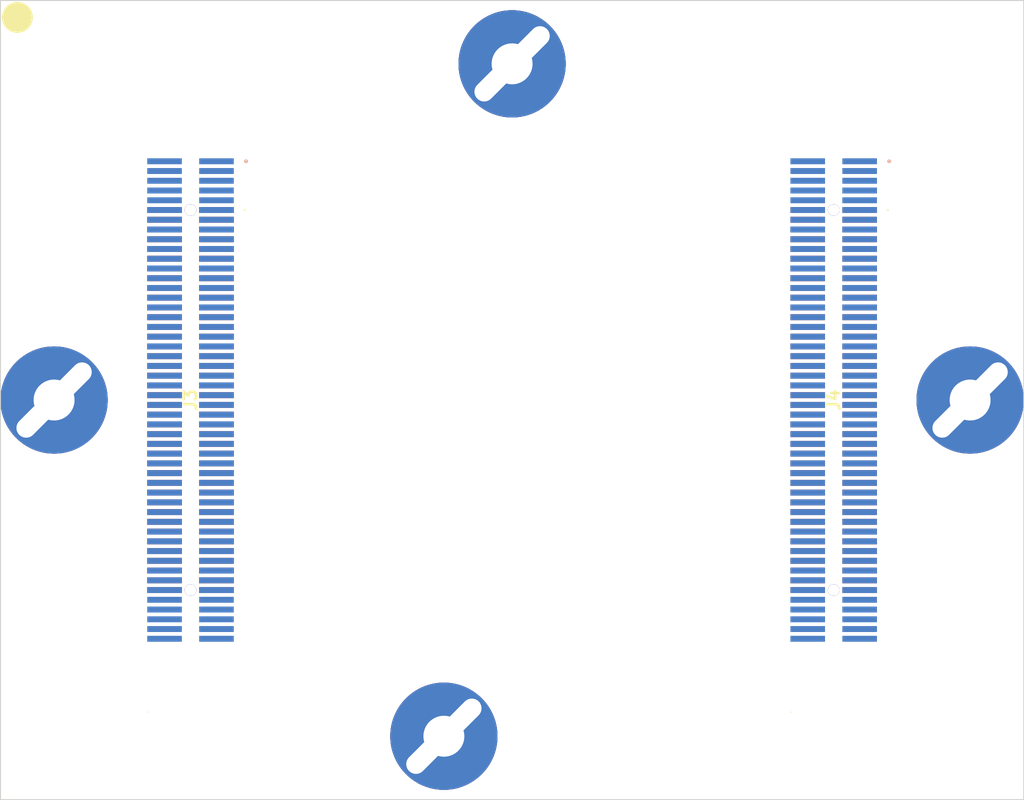
<source format=kicad_pcb>
(kicad_pcb (version 20211014) (generator pcbnew)
  (layers (0 "F.Cu" signal) (31 "B.Cu" signal) (34 "B.Paste" user) (35 "F.Paste" user) (36 "B.SilkS" user "B.Silkscreen") (37 "F.SilkS" user "F.Silkscreen") (38 "B.Mask" user) (39 "F.Mask" user) (44 "Edge.Cuts" user))
  (net 0 "")
  (footprint "my_library:stk600-mounting-hole" (layer "F.Cu") (at 143.2306 126.8476)
    (fp_text reference "H1" hide)
    (fp_text value "STK600-CLIP-HOLE" hide)
    (pad "GND" thru_hole oval locked (at 0 0 315) (size 11 11) (drill oval 2 10.1) (layers *.Cu *.Mask))
    (pad "GND" thru_hole circle locked (at 0 0) (size 11 11) (drill 4.2) (layers *.Cu *.Mask))
  )
  (footprint "my_library:stk600-mounting-hole" (layer "F.Cu") (at 150.2306 57.8476)
    (fp_text reference "H2" hide)
    (fp_text value "STK600-CLIP-HOLE" hide)
    (pad "GND" thru_hole oval locked (at 0 0 315) (size 11 11) (drill oval 2 10.1) (layers *.Cu *.Mask))
    (pad "GND" thru_hole circle locked (at 0 0) (size 11 11) (drill 4.2) (layers *.Cu *.Mask))
  )
  (footprint "my_library:STK600-FSI-100" (layer "F.Cu") (at 117.2306 92.3476)
    (fp_text reference "J1" hide)
    (fp_text value "STK600-J1-left" hide)
    (fp_line (start 5.6 -24.5) (end 5.6 -24.5) (layer "B.SilkS") (width 0.2))
    (fp_line (start 5.8 -24.5) (end 5.8 -24.5) (layer "B.SilkS") (width 0.2))
    (fp_arc (start 5.8 -24.5) (mid 5.7 -24.4) (end 5.6 -24.5) (layer "B.SilkS") (width 0.2))
    (fp_arc (start 5.6 -24.5) (mid 5.7 -24.6) (end 5.8 -24.5) (layer "B.SilkS") (width 0.2))
    (fp_line (start -4.38 32) (end -4.38 32.05) (layer "F.SilkS") (width 0.1))
    (pad "" np_thru_hole circle locked (at 0 -24.5 270) (size 1.194 1.194) (drill 1.194) (layers F&B.Cu *.Mask))
    (pad "" np_thru_hole circle locked (at 0 24.5 270) (size 1.194 1.194) (drill 1.194) (layers F&B.Cu *.Mask))
    (pad "1" smd rect locked (at 2.665 -24.5 270) (size 0.61 3.553) (layers "B.Cu" "B.Paste" "B.Mask"))
    (pad "2" smd rect locked (at -2.665 -24.5 270) (size 0.61 3.553) (layers "B.Cu" "B.Paste" "B.Mask"))
    (pad "3" smd rect locked (at 2.665 -23.5 270) (size 0.61 3.553) (layers "B.Cu" "B.Paste" "B.Mask"))
    (pad "4" smd rect locked (at -2.665 -23.5 270) (size 0.61 3.553) (layers "B.Cu" "B.Paste" "B.Mask"))
    (pad "5" smd rect locked (at 2.665 -22.5 270) (size 0.61 3.553) (layers "B.Cu" "B.Paste" "B.Mask"))
    (pad "6" smd rect locked (at -2.665 -22.5 270) (size 0.61 3.553) (layers "B.Cu" "B.Paste" "B.Mask"))
    (pad "7" smd rect locked (at 2.665 -21.5 270) (size 0.61 3.553) (layers "B.Cu" "B.Paste" "B.Mask"))
    (pad "8" smd rect locked (at -2.665 -21.5 270) (size 0.61 3.553) (layers "B.Cu" "B.Paste" "B.Mask"))
    (pad "9" smd rect locked (at 2.665 -20.5 270) (size 0.61 3.553) (layers "B.Cu" "B.Paste" "B.Mask"))
    (pad "10" smd rect locked (at -2.665 -20.5 270) (size 0.61 3.553) (layers "B.Cu" "B.Paste" "B.Mask"))
    (pad "11" smd rect locked (at 2.665 -19.5 270) (size 0.61 3.553) (layers "B.Cu" "B.Paste" "B.Mask"))
    (pad "12" smd rect locked (at -2.665 -19.5 270) (size 0.61 3.553) (layers "B.Cu" "B.Paste" "B.Mask"))
    (pad "13" smd rect locked (at 2.665 -18.5 270) (size 0.61 3.553) (layers "B.Cu" "B.Paste" "B.Mask"))
    (pad "14" smd rect locked (at -2.665 -18.5 270) (size 0.61 3.553) (layers "B.Cu" "B.Paste" "B.Mask"))
    (pad "15" smd rect locked (at 2.665 -17.5 270) (size 0.61 3.553) (layers "B.Cu" "B.Paste" "B.Mask"))
    (pad "16" smd rect locked (at -2.665 -17.5 270) (size 0.61 3.553) (layers "B.Cu" "B.Paste" "B.Mask"))
    (pad "17" smd rect locked (at 2.665 -16.5 270) (size 0.61 3.553) (layers "B.Cu" "B.Paste" "B.Mask"))
    (pad "18" smd rect locked (at -2.665 -16.5 270) (size 0.61 3.553) (layers "B.Cu" "B.Paste" "B.Mask"))
    (pad "19" smd rect locked (at 2.665 -15.5 270) (size 0.61 3.553) (layers "B.Cu" "B.Paste" "B.Mask"))
    (pad "20" smd rect locked (at -2.665 -15.5 270) (size 0.61 3.553) (layers "B.Cu" "B.Paste" "B.Mask"))
    (pad "21" smd rect locked (at 2.665 -14.5 270) (size 0.61 3.553) (layers "B.Cu" "B.Paste" "B.Mask"))
    (pad "22" smd rect locked (at -2.665 -14.5 270) (size 0.61 3.553) (layers "B.Cu" "B.Paste" "B.Mask"))
    (pad "23" smd rect locked (at 2.665 -13.5 270) (size 0.61 3.553) (layers "B.Cu" "B.Paste" "B.Mask"))
    (pad "24" smd rect locked (at -2.665 -13.5 270) (size 0.61 3.553) (layers "B.Cu" "B.Paste" "B.Mask"))
    (pad "25" smd rect locked (at 2.665 -12.5 270) (size 0.61 3.553) (layers "B.Cu" "B.Paste" "B.Mask"))
    (pad "26" smd rect locked (at -2.665 -12.5 270) (size 0.61 3.553) (layers "B.Cu" "B.Paste" "B.Mask"))
    (pad "27" smd rect locked (at 2.665 -11.5 270) (size 0.61 3.553) (layers "B.Cu" "B.Paste" "B.Mask"))
    (pad "28" smd rect locked (at -2.665 -11.5 270) (size 0.61 3.553) (layers "B.Cu" "B.Paste" "B.Mask"))
    (pad "29" smd rect locked (at 2.665 -10.5 270) (size 0.61 3.553) (layers "B.Cu" "B.Paste" "B.Mask"))
    (pad "30" smd rect locked (at -2.665 -10.5 270) (size 0.61 3.553) (layers "B.Cu" "B.Paste" "B.Mask"))
    (pad "31" smd rect locked (at 2.665 -9.5 270) (size 0.61 3.553) (layers "B.Cu" "B.Paste" "B.Mask"))
    (pad "32" smd rect locked (at -2.665 -9.5 270) (size 0.61 3.553) (layers "B.Cu" "B.Paste" "B.Mask"))
    (pad "33" smd rect locked (at 2.665 -8.5 270) (size 0.61 3.553) (layers "B.Cu" "B.Paste" "B.Mask"))
    (pad "34" smd rect locked (at -2.665 -8.5 270) (size 0.61 3.553) (layers "B.Cu" "B.Paste" "B.Mask"))
    (pad "35" smd rect locked (at 2.665 -7.5 270) (size 0.61 3.553) (layers "B.Cu" "B.Paste" "B.Mask"))
    (pad "36" smd rect locked (at -2.665 -7.5 270) (size 0.61 3.553) (layers "B.Cu" "B.Paste" "B.Mask"))
    (pad "37" smd rect locked (at 2.665 -6.5 270) (size 0.61 3.553) (layers "B.Cu" "B.Paste" "B.Mask"))
    (pad "38" smd rect locked (at -2.665 -6.5 270) (size 0.61 3.553) (layers "B.Cu" "B.Paste" "B.Mask"))
    (pad "39" smd rect locked (at 2.665 -5.5 270) (size 0.61 3.553) (layers "B.Cu" "B.Paste" "B.Mask"))
    (pad "40" smd rect locked (at -2.665 -5.5 270) (size 0.61 3.553) (layers "B.Cu" "B.Paste" "B.Mask"))
    (pad "41" smd rect locked (at 2.665 -4.5 270) (size 0.61 3.553) (layers "B.Cu" "B.Paste" "B.Mask"))
    (pad "42" smd rect locked (at -2.665 -4.5 270) (size 0.61 3.553) (layers "B.Cu" "B.Paste" "B.Mask"))
    (pad "43" smd rect locked (at 2.665 -3.5 270) (size 0.61 3.553) (layers "B.Cu" "B.Paste" "B.Mask"))
    (pad "44" smd rect locked (at -2.665 -3.5 270) (size 0.61 3.553) (layers "B.Cu" "B.Paste" "B.Mask"))
    (pad "45" smd rect locked (at 2.665 -2.5 270) (size 0.61 3.553) (layers "B.Cu" "B.Paste" "B.Mask"))
    (pad "46" smd rect locked (at -2.665 -2.5 270) (size 0.61 3.553) (layers "B.Cu" "B.Paste" "B.Mask"))
    (pad "47" smd rect locked (at 2.665 -1.5 270) (size 0.61 3.553) (layers "B.Cu" "B.Paste" "B.Mask"))
    (pad "48" smd rect locked (at -2.665 -1.5 270) (size 0.61 3.553) (layers "B.Cu" "B.Paste" "B.Mask"))
    (pad "49" smd rect locked (at 2.665 -0.5 270) (size 0.61 3.553) (layers "B.Cu" "B.Paste" "B.Mask"))
    (pad "50" smd rect locked (at -2.665 -0.5 270) (size 0.61 3.553) (layers "B.Cu" "B.Paste" "B.Mask"))
    (pad "51" smd rect locked (at 2.665 0.5 270) (size 0.61 3.553) (layers "B.Cu" "B.Paste" "B.Mask"))
    (pad "52" smd rect locked (at -2.665 0.5 270) (size 0.61 3.553) (layers "B.Cu" "B.Paste" "B.Mask"))
    (pad "53" smd rect locked (at 2.665 1.5 270) (size 0.61 3.553) (layers "B.Cu" "B.Paste" "B.Mask"))
    (pad "54" smd rect locked (at -2.665 1.5 270) (size 0.61 3.553) (layers "B.Cu" "B.Paste" "B.Mask"))
    (pad "55" smd rect locked (at 2.665 2.5 270) (size 0.61 3.553) (layers "B.Cu" "B.Paste" "B.Mask"))
    (pad "56" smd rect locked (at -2.665 2.5 270) (size 0.61 3.553) (layers "B.Cu" "B.Paste" "B.Mask"))
    (pad "57" smd rect locked (at 2.665 3.5 270) (size 0.61 3.553) (layers "B.Cu" "B.Paste" "B.Mask"))
    (pad "58" smd rect locked (at -2.665 3.5 270) (size 0.61 3.553) (layers "B.Cu" "B.Paste" "B.Mask"))
    (pad "59" smd rect locked (at 2.665 4.5 270) (size 0.61 3.553) (layers "B.Cu" "B.Paste" "B.Mask"))
    (pad "60" smd rect locked (at -2.665 4.5 270) (size 0.61 3.553) (layers "B.Cu" "B.Paste" "B.Mask"))
    (pad "61" smd rect locked (at 2.665 5.5 270) (size 0.61 3.553) (layers "B.Cu" "B.Paste" "B.Mask"))
    (pad "62" smd rect locked (at -2.665 5.5 270) (size 0.61 3.553) (layers "B.Cu" "B.Paste" "B.Mask"))
    (pad "63" smd rect locked (at 2.665 6.5 270) (size 0.61 3.553) (layers "B.Cu" "B.Paste" "B.Mask"))
    (pad "64" smd rect locked (at -2.665 6.5 270) (size 0.61 3.553) (layers "B.Cu" "B.Paste" "B.Mask"))
    (pad "65" smd rect locked (at 2.665 7.5 270) (size 0.61 3.553) (layers "B.Cu" "B.Paste" "B.Mask"))
    (pad "66" smd rect locked (at -2.665 7.5 270) (size 0.61 3.553) (layers "B.Cu" "B.Paste" "B.Mask"))
    (pad "67" smd rect locked (at 2.665 8.5 270) (size 0.61 3.553) (layers "B.Cu" "B.Paste" "B.Mask"))
    (pad "68" smd rect locked (at -2.665 8.5 270) (size 0.61 3.553) (layers "B.Cu" "B.Paste" "B.Mask"))
    (pad "69" smd rect locked (at 2.665 9.5 270) (size 0.61 3.553) (layers "B.Cu" "B.Paste" "B.Mask"))
    (pad "70" smd rect locked (at -2.665 9.5 270) (size 0.61 3.553) (layers "B.Cu" "B.Paste" "B.Mask"))
    (pad "71" smd rect locked (at 2.665 10.5 270) (size 0.61 3.553) (layers "B.Cu" "B.Paste" "B.Mask"))
    (pad "72" smd rect locked (at -2.665 10.5 270) (size 0.61 3.553) (layers "B.Cu" "B.Paste" "B.Mask"))
    (pad "73" smd rect locked (at 2.665 11.5 270) (size 0.61 3.553) (layers "B.Cu" "B.Paste" "B.Mask"))
    (pad "74" smd rect locked (at -2.665 11.5 270) (size 0.61 3.553) (layers "B.Cu" "B.Paste" "B.Mask"))
    (pad "75" smd rect locked (at 2.665 12.5 270) (size 0.61 3.553) (layers "B.Cu" "B.Paste" "B.Mask"))
    (pad "76" smd rect locked (at -2.665 12.5 270) (size 0.61 3.553) (layers "B.Cu" "B.Paste" "B.Mask"))
    (pad "77" smd rect locked (at 2.665 13.5 270) (size 0.61 3.553) (layers "B.Cu" "B.Paste" "B.Mask"))
    (pad "78" smd rect locked (at -2.665 13.5 270) (size 0.61 3.553) (layers "B.Cu" "B.Paste" "B.Mask"))
    (pad "79" smd rect locked (at 2.665 14.5 270) (size 0.61 3.553) (layers "B.Cu" "B.Paste" "B.Mask"))
    (pad "80" smd rect locked (at -2.665 14.5 270) (size 0.61 3.553) (layers "B.Cu" "B.Paste" "B.Mask"))
    (pad "81" smd rect locked (at 2.665 15.5 270) (size 0.61 3.553) (layers "B.Cu" "B.Paste" "B.Mask"))
    (pad "82" smd rect locked (at -2.665 15.5 270) (size 0.61 3.553) (layers "B.Cu" "B.Paste" "B.Mask"))
    (pad "83" smd rect locked (at 2.665 16.5 270) (size 0.61 3.553) (layers "B.Cu" "B.Paste" "B.Mask"))
    (pad "84" smd rect locked (at -2.665 16.5 270) (size 0.61 3.553) (layers "B.Cu" "B.Paste" "B.Mask"))
    (pad "85" smd rect locked (at 2.665 17.5 270) (size 0.61 3.553) (layers "B.Cu" "B.Paste" "B.Mask"))
    (pad "86" smd rect locked (at -2.665 17.5 270) (size 0.61 3.553) (layers "B.Cu" "B.Paste" "B.Mask"))
    (pad "87" smd rect locked (at 2.665 18.5 270) (size 0.61 3.553) (layers "B.Cu" "B.Paste" "B.Mask"))
    (pad "88" smd rect locked (at -2.665 18.5 270) (size 0.61 3.553) (layers "B.Cu" "B.Paste" "B.Mask"))
    (pad "89" smd rect locked (at 2.665 19.5 270) (size 0.61 3.553) (layers "B.Cu" "B.Paste" "B.Mask"))
    (pad "90" smd rect locked (at -2.665 19.5 270) (size 0.61 3.553) (layers "B.Cu" "B.Paste" "B.Mask"))
    (pad "91" smd rect locked (at 2.665 20.5 270) (size 0.61 3.553) (layers "B.Cu" "B.Paste" "B.Mask"))
    (pad "92" smd rect locked (at -2.665 20.5 270) (size 0.61 3.553) (layers "B.Cu" "B.Paste" "B.Mask"))
    (pad "93" smd rect locked (at 2.665 21.5 270) (size 0.61 3.553) (layers "B.Cu" "B.Paste" "B.Mask"))
    (pad "94" smd rect locked (at -2.665 21.5 270) (size 0.61 3.553) (layers "B.Cu" "B.Paste" "B.Mask"))
    (pad "95" smd rect locked (at 2.665 22.5 270) (size 0.61 3.553) (layers "B.Cu" "B.Paste" "B.Mask"))
    (pad "96" smd rect locked (at -2.665 22.5 270) (size 0.61 3.553) (layers "B.Cu" "B.Paste" "B.Mask"))
    (pad "97" smd rect locked (at 2.665 23.5 270) (size 0.61 3.553) (layers "B.Cu" "B.Paste" "B.Mask"))
    (pad "98" smd rect locked (at -2.665 23.5 270) (size 0.61 3.553) (layers "B.Cu" "B.Paste" "B.Mask"))
    (pad "99" smd rect locked (at 2.665 24.5 270) (size 0.61 3.553) (layers "B.Cu" "B.Paste" "B.Mask"))
    (pad "100" smd rect locked (at -2.665 24.5 270) (size 0.61 3.553) (layers "B.Cu" "B.Paste" "B.Mask"))
  )
  (footprint "my_library:STK600-FSI-80" (layer "F.Cu") (at 117.2306 92.3476)
    (fp_text reference "J3" (at 0 0 270) (layer "F.SilkS") (effects (font (size 1.27 1.27) (thickness 0.254))))
    (fp_text value "STK600-J3" hide)
    (fp_line (start 5.6 -19.5) (end 5.6 -19.5) (layer "F.SilkS") (width 0.1))
    (fp_line (start 5.5 -19.5) (end 5.5 -19.5) (layer "F.SilkS") (width 0.1))
    (fp_arc (start 5.6 -19.5) (mid 5.55 -19.45) (end 5.5 -19.5) (layer "F.SilkS") (width 0.1))
    (fp_arc (start 5.5 -19.5) (mid 5.55 -19.55) (end 5.6 -19.5) (layer "F.SilkS") (width 0.1))
    (pad "" np_thru_hole circle locked (at 0 19.5 270) (size 1.194 1.194) (drill 1.19) (layers F&B.Cu *.Mask))
    (pad "" np_thru_hole circle locked (at 0 -19.5 270) (size 1.194 1.194) (drill 1.19) (layers F&B.Cu *.Mask))
    (pad "1" smd rect locked (at 2.665 -19.5 270) (size 0.61 3.553) (layers "F.Cu" "F.Paste" "F.Mask"))
    (pad "2" smd rect locked (at -2.665 -19.5 270) (size 0.61 3.553) (layers "F.Cu" "F.Paste" "F.Mask"))
    (pad "3" smd rect locked (at 2.665 -18.5 270) (size 0.61 3.553) (layers "F.Cu" "F.Paste" "F.Mask"))
    (pad "4" smd rect locked (at -2.665 -18.5 270) (size 0.61 3.553) (layers "F.Cu" "F.Paste" "F.Mask"))
    (pad "5" smd rect locked (at 2.665 -17.5 270) (size 0.61 3.553) (layers "F.Cu" "F.Paste" "F.Mask"))
    (pad "6" smd rect locked (at -2.665 -17.5 270) (size 0.61 3.553) (layers "F.Cu" "F.Paste" "F.Mask"))
    (pad "7" smd rect locked (at 2.665 -16.5 270) (size 0.61 3.553) (layers "F.Cu" "F.Paste" "F.Mask"))
    (pad "8" smd rect locked (at -2.665 -16.5 270) (size 0.61 3.553) (layers "F.Cu" "F.Paste" "F.Mask"))
    (pad "9" smd rect locked (at 2.665 -15.5 270) (size 0.61 3.553) (layers "F.Cu" "F.Paste" "F.Mask"))
    (pad "10" smd rect locked (at -2.665 -15.5 270) (size 0.61 3.553) (layers "F.Cu" "F.Paste" "F.Mask"))
    (pad "11" smd rect locked (at 2.665 -14.5 270) (size 0.61 3.553) (layers "F.Cu" "F.Paste" "F.Mask"))
    (pad "12" smd rect locked (at -2.665 -14.5 270) (size 0.61 3.553) (layers "F.Cu" "F.Paste" "F.Mask"))
    (pad "13" smd rect locked (at 2.665 -13.5 270) (size 0.61 3.553) (layers "F.Cu" "F.Paste" "F.Mask"))
    (pad "14" smd rect locked (at -2.665 -13.5 270) (size 0.61 3.553) (layers "F.Cu" "F.Paste" "F.Mask"))
    (pad "15" smd rect locked (at 2.665 -12.5 270) (size 0.61 3.553) (layers "F.Cu" "F.Paste" "F.Mask"))
    (pad "16" smd rect locked (at -2.665 -12.5 270) (size 0.61 3.553) (layers "F.Cu" "F.Paste" "F.Mask"))
    (pad "17" smd rect locked (at 2.665 -11.5 270) (size 0.61 3.553) (layers "F.Cu" "F.Paste" "F.Mask"))
    (pad "18" smd rect locked (at -2.665 -11.5 270) (size 0.61 3.553) (layers "F.Cu" "F.Paste" "F.Mask"))
    (pad "19" smd rect locked (at 2.665 -10.5 270) (size 0.61 3.553) (layers "F.Cu" "F.Paste" "F.Mask"))
    (pad "20" smd rect locked (at -2.665 -10.5 270) (size 0.61 3.553) (layers "F.Cu" "F.Paste" "F.Mask"))
    (pad "21" smd rect locked (at 2.665 -9.5 270) (size 0.61 3.553) (layers "F.Cu" "F.Paste" "F.Mask"))
    (pad "22" smd rect locked (at -2.665 -9.5 270) (size 0.61 3.553) (layers "F.Cu" "F.Paste" "F.Mask"))
    (pad "23" smd rect locked (at 2.665 -8.5 270) (size 0.61 3.553) (layers "F.Cu" "F.Paste" "F.Mask"))
    (pad "24" smd rect locked (at -2.665 -8.5 270) (size 0.61 3.553) (layers "F.Cu" "F.Paste" "F.Mask"))
    (pad "25" smd rect locked (at 2.665 -7.5 270) (size 0.61 3.553) (layers "F.Cu" "F.Paste" "F.Mask"))
    (pad "26" smd rect locked (at -2.665 -7.5 270) (size 0.61 3.553) (layers "F.Cu" "F.Paste" "F.Mask"))
    (pad "27" smd rect locked (at 2.665 -6.5 270) (size 0.61 3.553) (layers "F.Cu" "F.Paste" "F.Mask"))
    (pad "28" smd rect locked (at -2.665 -6.5 270) (size 0.61 3.553) (layers "F.Cu" "F.Paste" "F.Mask"))
    (pad "29" smd rect locked (at 2.665 -5.5 270) (size 0.61 3.553) (layers "F.Cu" "F.Paste" "F.Mask"))
    (pad "30" smd rect locked (at -2.665 -5.5 270) (size 0.61 3.553) (layers "F.Cu" "F.Paste" "F.Mask"))
    (pad "31" smd rect locked (at 2.665 -4.5 270) (size 0.61 3.553) (layers "F.Cu" "F.Paste" "F.Mask"))
    (pad "32" smd rect locked (at -2.665 -4.5 270) (size 0.61 3.553) (layers "F.Cu" "F.Paste" "F.Mask"))
    (pad "33" smd rect locked (at 2.665 -3.5 270) (size 0.61 3.553) (layers "F.Cu" "F.Paste" "F.Mask"))
    (pad "34" smd rect locked (at -2.665 -3.5 270) (size 0.61 3.553) (layers "F.Cu" "F.Paste" "F.Mask"))
    (pad "35" smd rect locked (at 2.665 -2.5 270) (size 0.61 3.553) (layers "F.Cu" "F.Paste" "F.Mask"))
    (pad "36" smd rect locked (at -2.665 -2.5 270) (size 0.61 3.553) (layers "F.Cu" "F.Paste" "F.Mask"))
    (pad "37" smd rect locked (at 2.665 -1.5 270) (size 0.61 3.553) (layers "F.Cu" "F.Paste" "F.Mask"))
    (pad "38" smd rect locked (at -2.665 -1.5 270) (size 0.61 3.553) (layers "F.Cu" "F.Paste" "F.Mask"))
    (pad "39" smd rect locked (at 2.665 -0.5 270) (size 0.61 3.553) (layers "F.Cu" "F.Paste" "F.Mask"))
    (pad "40" smd rect locked (at -2.665 -0.5 270) (size 0.61 3.553) (layers "F.Cu" "F.Paste" "F.Mask"))
    (pad "41" smd rect locked (at 2.665 0.5 270) (size 0.61 3.553) (layers "F.Cu" "F.Paste" "F.Mask"))
    (pad "42" smd rect locked (at -2.665 0.5 270) (size 0.61 3.553) (layers "F.Cu" "F.Paste" "F.Mask"))
    (pad "43" smd rect locked (at 2.665 1.5 270) (size 0.61 3.553) (layers "F.Cu" "F.Paste" "F.Mask"))
    (pad "44" smd rect locked (at -2.665 1.5 270) (size 0.61 3.553) (layers "F.Cu" "F.Paste" "F.Mask"))
    (pad "45" smd rect locked (at 2.665 2.5 270) (size 0.61 3.553) (layers "F.Cu" "F.Paste" "F.Mask"))
    (pad "46" smd rect locked (at -2.665 2.5 270) (size 0.61 3.553) (layers "F.Cu" "F.Paste" "F.Mask"))
    (pad "47" smd rect locked (at 2.665 3.5 270) (size 0.61 3.553) (layers "F.Cu" "F.Paste" "F.Mask"))
    (pad "48" smd rect locked (at -2.665 3.5 270) (size 0.61 3.553) (layers "F.Cu" "F.Paste" "F.Mask"))
    (pad "49" smd rect locked (at 2.665 4.5 270) (size 0.61 3.553) (layers "F.Cu" "F.Paste" "F.Mask"))
    (pad "50" smd rect locked (at -2.665 4.5 270) (size 0.61 3.553) (layers "F.Cu" "F.Paste" "F.Mask"))
    (pad "51" smd rect locked (at 2.665 5.5 270) (size 0.61 3.553) (layers "F.Cu" "F.Paste" "F.Mask"))
    (pad "52" smd rect locked (at -2.665 5.5 270) (size 0.61 3.553) (layers "F.Cu" "F.Paste" "F.Mask"))
    (pad "53" smd rect locked (at 2.665 6.5 270) (size 0.61 3.553) (layers "F.Cu" "F.Paste" "F.Mask"))
    (pad "54" smd rect locked (at -2.665 6.5 270) (size 0.61 3.553) (layers "F.Cu" "F.Paste" "F.Mask"))
    (pad "55" smd rect locked (at 2.665 7.5 270) (size 0.61 3.553) (layers "F.Cu" "F.Paste" "F.Mask"))
    (pad "56" smd rect locked (at -2.665 7.5 270) (size 0.61 3.553) (layers "F.Cu" "F.Paste" "F.Mask"))
    (pad "57" smd rect locked (at 2.665 8.5 270) (size 0.61 3.553) (layers "F.Cu" "F.Paste" "F.Mask"))
    (pad "58" smd rect locked (at -2.665 8.5 270) (size 0.61 3.553) (layers "F.Cu" "F.Paste" "F.Mask"))
    (pad "59" smd rect locked (at 2.665 9.5 270) (size 0.61 3.553) (layers "F.Cu" "F.Paste" "F.Mask"))
    (pad "60" smd rect locked (at -2.665 9.5 270) (size 0.61 3.553) (layers "F.Cu" "F.Paste" "F.Mask"))
    (pad "61" smd rect locked (at 2.665 10.5 270) (size 0.61 3.553) (layers "F.Cu" "F.Paste" "F.Mask"))
    (pad "62" smd rect locked (at -2.665 10.5 270) (size 0.61 3.553) (layers "F.Cu" "F.Paste" "F.Mask"))
    (pad "63" smd rect locked (at 2.665 11.5 270) (size 0.61 3.553) (layers "F.Cu" "F.Paste" "F.Mask"))
    (pad "64" smd rect locked (at -2.665 11.5 270) (size 0.61 3.553) (layers "F.Cu" "F.Paste" "F.Mask"))
    (pad "65" smd rect locked (at 2.665 12.5 270) (size 0.61 3.553) (layers "F.Cu" "F.Paste" "F.Mask"))
    (pad "66" smd rect locked (at -2.665 12.5 270) (size 0.61 3.553) (layers "F.Cu" "F.Paste" "F.Mask"))
    (pad "67" smd rect locked (at 2.665 13.5 270) (size 0.61 3.553) (layers "F.Cu" "F.Paste" "F.Mask"))
    (pad "68" smd rect locked (at -2.665 13.5 270) (size 0.61 3.553) (layers "F.Cu" "F.Paste" "F.Mask"))
    (pad "69" smd rect locked (at 2.665 14.5 270) (size 0.61 3.553) (layers "F.Cu" "F.Paste" "F.Mask"))
    (pad "70" smd rect locked (at -2.665 14.5 270) (size 0.61 3.553) (layers "F.Cu" "F.Paste" "F.Mask"))
    (pad "71" smd rect locked (at 2.665 15.5 270) (size 0.61 3.553) (layers "F.Cu" "F.Paste" "F.Mask"))
    (pad "72" smd rect locked (at -2.665 15.5 270) (size 0.61 3.553) (layers "F.Cu" "F.Paste" "F.Mask"))
    (pad "73" smd rect locked (at 2.665 16.5 270) (size 0.61 3.553) (layers "F.Cu" "F.Paste" "F.Mask"))
    (pad "74" smd rect locked (at -2.665 16.5 270) (size 0.61 3.553) (layers "F.Cu" "F.Paste" "F.Mask"))
    (pad "75" smd rect locked (at 2.665 17.5 270) (size 0.61 3.553) (layers "F.Cu" "F.Paste" "F.Mask"))
    (pad "76" smd rect locked (at -2.665 17.5 270) (size 0.61 3.553) (layers "F.Cu" "F.Paste" "F.Mask"))
    (pad "77" smd rect locked (at 2.665 18.5 270) (size 0.61 3.553) (layers "F.Cu" "F.Paste" "F.Mask"))
    (pad "78" smd rect locked (at -2.665 18.5 270) (size 0.61 3.553) (layers "F.Cu" "F.Paste" "F.Mask"))
    (pad "79" smd rect locked (at 2.665 19.5 270) (size 0.61 3.553) (layers "F.Cu" "F.Paste" "F.Mask"))
    (pad "80" smd rect locked (at -2.665 19.5 270) (size 0.61 3.553) (layers "F.Cu" "F.Paste" "F.Mask"))
  )
  (footprint "my_library:STK600-FSI-80" (layer "F.Cu") (at 183.2306 92.3476)
    (fp_text reference "J4" (at 0 0 270) (layer "F.SilkS") (effects (font (size 1.27 1.27) (thickness 0.254))))
    (fp_text value "STK600-J4" hide)
    (fp_line (start 5.6 -19.5) (end 5.6 -19.5) (layer "F.SilkS") (width 0.1))
    (fp_line (start 5.5 -19.5) (end 5.5 -19.5) (layer "F.SilkS") (width 0.1))
    (fp_arc (start 5.6 -19.5) (mid 5.55 -19.45) (end 5.5 -19.5) (layer "F.SilkS") (width 0.1))
    (fp_arc (start 5.5 -19.5) (mid 5.55 -19.55) (end 5.6 -19.5) (layer "F.SilkS") (width 0.1))
    (pad "" np_thru_hole circle locked (at 0 -19.5 270) (size 1.194 1.194) (drill 1.19) (layers F&B.Cu *.Mask))
    (pad "" np_thru_hole circle locked (at 0 19.5 270) (size 1.194 1.194) (drill 1.19) (layers F&B.Cu *.Mask))
    (pad "1" smd rect locked (at 2.665 -19.5 270) (size 0.61 3.553) (layers "F.Cu" "F.Paste" "F.Mask"))
    (pad "2" smd rect locked (at -2.665 -19.5 270) (size 0.61 3.553) (layers "F.Cu" "F.Paste" "F.Mask"))
    (pad "3" smd rect locked (at 2.665 -18.5 270) (size 0.61 3.553) (layers "F.Cu" "F.Paste" "F.Mask"))
    (pad "4" smd rect locked (at -2.665 -18.5 270) (size 0.61 3.553) (layers "F.Cu" "F.Paste" "F.Mask"))
    (pad "5" smd rect locked (at 2.665 -17.5 270) (size 0.61 3.553) (layers "F.Cu" "F.Paste" "F.Mask"))
    (pad "6" smd rect locked (at -2.665 -17.5 270) (size 0.61 3.553) (layers "F.Cu" "F.Paste" "F.Mask"))
    (pad "7" smd rect locked (at 2.665 -16.5 270) (size 0.61 3.553) (layers "F.Cu" "F.Paste" "F.Mask"))
    (pad "8" smd rect locked (at -2.665 -16.5 270) (size 0.61 3.553) (layers "F.Cu" "F.Paste" "F.Mask"))
    (pad "9" smd rect locked (at 2.665 -15.5 270) (size 0.61 3.553) (layers "F.Cu" "F.Paste" "F.Mask"))
    (pad "10" smd rect locked (at -2.665 -15.5 270) (size 0.61 3.553) (layers "F.Cu" "F.Paste" "F.Mask"))
    (pad "11" smd rect locked (at 2.665 -14.5 270) (size 0.61 3.553) (layers "F.Cu" "F.Paste" "F.Mask"))
    (pad "12" smd rect locked (at -2.665 -14.5 270) (size 0.61 3.553) (layers "F.Cu" "F.Paste" "F.Mask"))
    (pad "13" smd rect locked (at 2.665 -13.5 270) (size 0.61 3.553) (layers "F.Cu" "F.Paste" "F.Mask"))
    (pad "14" smd rect locked (at -2.665 -13.5 270) (size 0.61 3.553) (layers "F.Cu" "F.Paste" "F.Mask"))
    (pad "15" smd rect locked (at 2.665 -12.5 270) (size 0.61 3.553) (layers "F.Cu" "F.Paste" "F.Mask"))
    (pad "16" smd rect locked (at -2.665 -12.5 270) (size 0.61 3.553) (layers "F.Cu" "F.Paste" "F.Mask"))
    (pad "17" smd rect locked (at 2.665 -11.5 270) (size 0.61 3.553) (layers "F.Cu" "F.Paste" "F.Mask"))
    (pad "18" smd rect locked (at -2.665 -11.5 270) (size 0.61 3.553) (layers "F.Cu" "F.Paste" "F.Mask"))
    (pad "19" smd rect locked (at 2.665 -10.5 270) (size 0.61 3.553) (layers "F.Cu" "F.Paste" "F.Mask"))
    (pad "20" smd rect locked (at -2.665 -10.5 270) (size 0.61 3.553) (layers "F.Cu" "F.Paste" "F.Mask"))
    (pad "21" smd rect locked (at 2.665 -9.5 270) (size 0.61 3.553) (layers "F.Cu" "F.Paste" "F.Mask"))
    (pad "22" smd rect locked (at -2.665 -9.5 270) (size 0.61 3.553) (layers "F.Cu" "F.Paste" "F.Mask"))
    (pad "23" smd rect locked (at 2.665 -8.5 270) (size 0.61 3.553) (layers "F.Cu" "F.Paste" "F.Mask"))
    (pad "24" smd rect locked (at -2.665 -8.5 270) (size 0.61 3.553) (layers "F.Cu" "F.Paste" "F.Mask"))
    (pad "25" smd rect locked (at 2.665 -7.5 270) (size 0.61 3.553) (layers "F.Cu" "F.Paste" "F.Mask"))
    (pad "26" smd rect locked (at -2.665 -7.5 270) (size 0.61 3.553) (layers "F.Cu" "F.Paste" "F.Mask"))
    (pad "27" smd rect locked (at 2.665 -6.5 270) (size 0.61 3.553) (layers "F.Cu" "F.Paste" "F.Mask"))
    (pad "28" smd rect locked (at -2.665 -6.5 270) (size 0.61 3.553) (layers "F.Cu" "F.Paste" "F.Mask"))
    (pad "29" smd rect locked (at 2.665 -5.5 270) (size 0.61 3.553) (layers "F.Cu" "F.Paste" "F.Mask"))
    (pad "30" smd rect locked (at -2.665 -5.5 270) (size 0.61 3.553) (layers "F.Cu" "F.Paste" "F.Mask"))
    (pad "31" smd rect locked (at 2.665 -4.5 270) (size 0.61 3.553) (layers "F.Cu" "F.Paste" "F.Mask"))
    (pad "32" smd rect locked (at -2.665 -4.5 270) (size 0.61 3.553) (layers "F.Cu" "F.Paste" "F.Mask"))
    (pad "33" smd rect locked (at 2.665 -3.5 270) (size 0.61 3.553) (layers "F.Cu" "F.Paste" "F.Mask"))
    (pad "34" smd rect locked (at -2.665 -3.5 270) (size 0.61 3.553) (layers "F.Cu" "F.Paste" "F.Mask"))
    (pad "35" smd rect locked (at 2.665 -2.5 270) (size 0.61 3.553) (layers "F.Cu" "F.Paste" "F.Mask"))
    (pad "36" smd rect locked (at -2.665 -2.5 270) (size 0.61 3.553) (layers "F.Cu" "F.Paste" "F.Mask"))
    (pad "37" smd rect locked (at 2.665 -1.5 270) (size 0.61 3.553) (layers "F.Cu" "F.Paste" "F.Mask"))
    (pad "38" smd rect locked (at -2.665 -1.5 270) (size 0.61 3.553) (layers "F.Cu" "F.Paste" "F.Mask"))
    (pad "39" smd rect locked (at 2.665 -0.5 270) (size 0.61 3.553) (layers "F.Cu" "F.Paste" "F.Mask"))
    (pad "40" smd rect locked (at -2.665 -0.5 270) (size 0.61 3.553) (layers "F.Cu" "F.Paste" "F.Mask"))
    (pad "41" smd rect locked (at 2.665 0.5 270) (size 0.61 3.553) (layers "F.Cu" "F.Paste" "F.Mask"))
    (pad "42" smd rect locked (at -2.665 0.5 270) (size 0.61 3.553) (layers "F.Cu" "F.Paste" "F.Mask"))
    (pad "43" smd rect locked (at 2.665 1.5 270) (size 0.61 3.553) (layers "F.Cu" "F.Paste" "F.Mask"))
    (pad "44" smd rect locked (at -2.665 1.5 270) (size 0.61 3.553) (layers "F.Cu" "F.Paste" "F.Mask"))
    (pad "45" smd rect locked (at 2.665 2.5 270) (size 0.61 3.553) (layers "F.Cu" "F.Paste" "F.Mask"))
    (pad "46" smd rect locked (at -2.665 2.5 270) (size 0.61 3.553) (layers "F.Cu" "F.Paste" "F.Mask"))
    (pad "47" smd rect locked (at 2.665 3.5 270) (size 0.61 3.553) (layers "F.Cu" "F.Paste" "F.Mask"))
    (pad "48" smd rect locked (at -2.665 3.5 270) (size 0.61 3.553) (layers "F.Cu" "F.Paste" "F.Mask"))
    (pad "49" smd rect locked (at 2.665 4.5 270) (size 0.61 3.553) (layers "F.Cu" "F.Paste" "F.Mask"))
    (pad "50" smd rect locked (at -2.665 4.5 270) (size 0.61 3.553) (layers "F.Cu" "F.Paste" "F.Mask"))
    (pad "51" smd rect locked (at 2.665 5.5 270) (size 0.61 3.553) (layers "F.Cu" "F.Paste" "F.Mask"))
    (pad "52" smd rect locked (at -2.665 5.5 270) (size 0.61 3.553) (layers "F.Cu" "F.Paste" "F.Mask"))
    (pad "53" smd rect locked (at 2.665 6.5 270) (size 0.61 3.553) (layers "F.Cu" "F.Paste" "F.Mask"))
    (pad "54" smd rect locked (at -2.665 6.5 270) (size 0.61 3.553) (layers "F.Cu" "F.Paste" "F.Mask"))
    (pad "55" smd rect locked (at 2.665 7.5 270) (size 0.61 3.553) (layers "F.Cu" "F.Paste" "F.Mask"))
    (pad "56" smd rect locked (at -2.665 7.5 270) (size 0.61 3.553) (layers "F.Cu" "F.Paste" "F.Mask"))
    (pad "57" smd rect locked (at 2.665 8.5 270) (size 0.61 3.553) (layers "F.Cu" "F.Paste" "F.Mask"))
    (pad "58" smd rect locked (at -2.665 8.5 270) (size 0.61 3.553) (layers "F.Cu" "F.Paste" "F.Mask"))
    (pad "59" smd rect locked (at 2.665 9.5 270) (size 0.61 3.553) (layers "F.Cu" "F.Paste" "F.Mask"))
    (pad "60" smd rect locked (at -2.665 9.5 270) (size 0.61 3.553) (layers "F.Cu" "F.Paste" "F.Mask"))
    (pad "61" smd rect locked (at 2.665 10.5 270) (size 0.61 3.553) (layers "F.Cu" "F.Paste" "F.Mask"))
    (pad "62" smd rect locked (at -2.665 10.5 270) (size 0.61 3.553) (layers "F.Cu" "F.Paste" "F.Mask"))
    (pad "63" smd rect locked (at 2.665 11.5 270) (size 0.61 3.553) (layers "F.Cu" "F.Paste" "F.Mask"))
    (pad "64" smd rect locked (at -2.665 11.5 270) (size 0.61 3.553) (layers "F.Cu" "F.Paste" "F.Mask"))
    (pad "65" smd rect locked (at 2.665 12.5 270) (size 0.61 3.553) (layers "F.Cu" "F.Paste" "F.Mask"))
    (pad "66" smd rect locked (at -2.665 12.5 270) (size 0.61 3.553) (layers "F.Cu" "F.Paste" "F.Mask"))
    (pad "67" smd rect locked (at 2.665 13.5 270) (size 0.61 3.553) (layers "F.Cu" "F.Paste" "F.Mask"))
    (pad "68" smd rect locked (at -2.665 13.5 270) (size 0.61 3.553) (layers "F.Cu" "F.Paste" "F.Mask"))
    (pad "69" smd rect locked (at 2.665 14.5 270) (size 0.61 3.553) (layers "F.Cu" "F.Paste" "F.Mask"))
    (pad "70" smd rect locked (at -2.665 14.5 270) (size 0.61 3.553) (layers "F.Cu" "F.Paste" "F.Mask"))
    (pad "71" smd rect locked (at 2.665 15.5 270) (size 0.61 3.553) (layers "F.Cu" "F.Paste" "F.Mask"))
    (pad "72" smd rect locked (at -2.665 15.5 270) (size 0.61 3.553) (layers "F.Cu" "F.Paste" "F.Mask"))
    (pad "73" smd rect locked (at 2.665 16.5 270) (size 0.61 3.553) (layers "F.Cu" "F.Paste" "F.Mask"))
    (pad "74" smd rect locked (at -2.665 16.5 270) (size 0.61 3.553) (layers "F.Cu" "F.Paste" "F.Mask"))
    (pad "75" smd rect locked (at 2.665 17.5 270) (size 0.61 3.553) (layers "F.Cu" "F.Paste" "F.Mask"))
    (pad "76" smd rect locked (at -2.665 17.5 270) (size 0.61 3.553) (layers "F.Cu" "F.Paste" "F.Mask"))
    (pad "77" smd rect locked (at 2.665 18.5 270) (size 0.61 3.553) (layers "F.Cu" "F.Paste" "F.Mask"))
    (pad "78" smd rect locked (at -2.665 18.5 270) (size 0.61 3.553) (layers "F.Cu" "F.Paste" "F.Mask"))
    (pad "79" smd rect locked (at 2.665 19.5 270) (size 0.61 3.553) (layers "F.Cu" "F.Paste" "F.Mask"))
    (pad "80" smd rect locked (at -2.665 19.5 270) (size 0.61 3.553) (layers "F.Cu" "F.Paste" "F.Mask"))
  )
  (footprint "my_library:stk600-mounting-hole" (layer "F.Cu") (at 103.2306 92.3476)
    (fp_text reference "H3" hide)
    (fp_text value "STK600-CLIP-HOLE" hide)
    (pad "GND" thru_hole oval locked (at 0 0 315) (size 11 11) (drill oval 2 10.1) (layers *.Cu *.Mask))
    (pad "GND" thru_hole circle locked (at 0 0) (size 11 11) (drill 4.2) (layers *.Cu *.Mask))
  )
  (footprint "my_library:STK600-FSI-100" (layer "F.Cu") (at 183.2306 92.3476)
    (fp_text reference "J2" hide)
    (fp_text value "stk600-J2-right" hide)
    (fp_line (start 5.6 -24.5) (end 5.6 -24.5) (layer "B.SilkS") (width 0.2))
    (fp_line (start 5.8 -24.5) (end 5.8 -24.5) (layer "B.SilkS") (width 0.2))
    (fp_arc (start 5.8 -24.5) (mid 5.7 -24.4) (end 5.6 -24.5) (layer "B.SilkS") (width 0.2))
    (fp_arc (start 5.6 -24.5) (mid 5.7 -24.6) (end 5.8 -24.5) (layer "B.SilkS") (width 0.2))
    (fp_line (start -4.38 32) (end -4.38 32.05) (layer "F.SilkS") (width 0.1))
    (pad "" np_thru_hole circle locked (at 0 24.5 270) (size 1.194 1.194) (drill 1.194) (layers F&B.Cu *.Mask))
    (pad "" np_thru_hole circle locked (at 0 -24.5 270) (size 1.194 1.194) (drill 1.194) (layers F&B.Cu *.Mask))
    (pad "1" smd rect locked (at 2.665 -24.5 270) (size 0.61 3.553) (layers "B.Cu" "B.Paste" "B.Mask"))
    (pad "2" smd rect locked (at -2.665 -24.5 270) (size 0.61 3.553) (layers "B.Cu" "B.Paste" "B.Mask"))
    (pad "3" smd rect locked (at 2.665 -23.5 270) (size 0.61 3.553) (layers "B.Cu" "B.Paste" "B.Mask"))
    (pad "4" smd rect locked (at -2.665 -23.5 270) (size 0.61 3.553) (layers "B.Cu" "B.Paste" "B.Mask"))
    (pad "5" smd rect locked (at 2.665 -22.5 270) (size 0.61 3.553) (layers "B.Cu" "B.Paste" "B.Mask"))
    (pad "6" smd rect locked (at -2.665 -22.5 270) (size 0.61 3.553) (layers "B.Cu" "B.Paste" "B.Mask"))
    (pad "7" smd rect locked (at 2.665 -21.5 270) (size 0.61 3.553) (layers "B.Cu" "B.Paste" "B.Mask"))
    (pad "8" smd rect locked (at -2.665 -21.5 270) (size 0.61 3.553) (layers "B.Cu" "B.Paste" "B.Mask"))
    (pad "9" smd rect locked (at 2.665 -20.5 270) (size 0.61 3.553) (layers "B.Cu" "B.Paste" "B.Mask"))
    (pad "10" smd rect locked (at -2.665 -20.5 270) (size 0.61 3.553) (layers "B.Cu" "B.Paste" "B.Mask"))
    (pad "11" smd rect locked (at 2.665 -19.5 270) (size 0.61 3.553) (layers "B.Cu" "B.Paste" "B.Mask"))
    (pad "12" smd rect locked (at -2.665 -19.5 270) (size 0.61 3.553) (layers "B.Cu" "B.Paste" "B.Mask"))
    (pad "13" smd rect locked (at 2.665 -18.5 270) (size 0.61 3.553) (layers "B.Cu" "B.Paste" "B.Mask"))
    (pad "14" smd rect locked (at -2.665 -18.5 270) (size 0.61 3.553) (layers "B.Cu" "B.Paste" "B.Mask"))
    (pad "15" smd rect locked (at 2.665 -17.5 270) (size 0.61 3.553) (layers "B.Cu" "B.Paste" "B.Mask"))
    (pad "16" smd rect locked (at -2.665 -17.5 270) (size 0.61 3.553) (layers "B.Cu" "B.Paste" "B.Mask"))
    (pad "17" smd rect locked (at 2.665 -16.5 270) (size 0.61 3.553) (layers "B.Cu" "B.Paste" "B.Mask"))
    (pad "18" smd rect locked (at -2.665 -16.5 270) (size 0.61 3.553) (layers "B.Cu" "B.Paste" "B.Mask"))
    (pad "19" smd rect locked (at 2.665 -15.5 270) (size 0.61 3.553) (layers "B.Cu" "B.Paste" "B.Mask"))
    (pad "20" smd rect locked (at -2.665 -15.5 270) (size 0.61 3.553) (layers "B.Cu" "B.Paste" "B.Mask"))
    (pad "21" smd rect locked (at 2.665 -14.5 270) (size 0.61 3.553) (layers "B.Cu" "B.Paste" "B.Mask"))
    (pad "22" smd rect locked (at -2.665 -14.5 270) (size 0.61 3.553) (layers "B.Cu" "B.Paste" "B.Mask"))
    (pad "23" smd rect locked (at 2.665 -13.5 270) (size 0.61 3.553) (layers "B.Cu" "B.Paste" "B.Mask"))
    (pad "24" smd rect locked (at -2.665 -13.5 270) (size 0.61 3.553) (layers "B.Cu" "B.Paste" "B.Mask"))
    (pad "25" smd rect locked (at 2.665 -12.5 270) (size 0.61 3.553) (layers "B.Cu" "B.Paste" "B.Mask"))
    (pad "26" smd rect locked (at -2.665 -12.5 270) (size 0.61 3.553) (layers "B.Cu" "B.Paste" "B.Mask"))
    (pad "27" smd rect locked (at 2.665 -11.5 270) (size 0.61 3.553) (layers "B.Cu" "B.Paste" "B.Mask"))
    (pad "28" smd rect locked (at -2.665 -11.5 270) (size 0.61 3.553) (layers "B.Cu" "B.Paste" "B.Mask"))
    (pad "29" smd rect locked (at 2.665 -10.5 270) (size 0.61 3.553) (layers "B.Cu" "B.Paste" "B.Mask"))
    (pad "30" smd rect locked (at -2.665 -10.5 270) (size 0.61 3.553) (layers "B.Cu" "B.Paste" "B.Mask"))
    (pad "31" smd rect locked (at 2.665 -9.5 270) (size 0.61 3.553) (layers "B.Cu" "B.Paste" "B.Mask"))
    (pad "32" smd rect locked (at -2.665 -9.5 270) (size 0.61 3.553) (layers "B.Cu" "B.Paste" "B.Mask"))
    (pad "33" smd rect locked (at 2.665 -8.5 270) (size 0.61 3.553) (layers "B.Cu" "B.Paste" "B.Mask"))
    (pad "34" smd rect locked (at -2.665 -8.5 270) (size 0.61 3.553) (layers "B.Cu" "B.Paste" "B.Mask"))
    (pad "35" smd rect locked (at 2.665 -7.5 270) (size 0.61 3.553) (layers "B.Cu" "B.Paste" "B.Mask"))
    (pad "36" smd rect locked (at -2.665 -7.5 270) (size 0.61 3.553) (layers "B.Cu" "B.Paste" "B.Mask"))
    (pad "37" smd rect locked (at 2.665 -6.5 270) (size 0.61 3.553) (layers "B.Cu" "B.Paste" "B.Mask"))
    (pad "38" smd rect locked (at -2.665 -6.5 270) (size 0.61 3.553) (layers "B.Cu" "B.Paste" "B.Mask"))
    (pad "39" smd rect locked (at 2.665 -5.5 270) (size 0.61 3.553) (layers "B.Cu" "B.Paste" "B.Mask"))
    (pad "40" smd rect locked (at -2.665 -5.5 270) (size 0.61 3.553) (layers "B.Cu" "B.Paste" "B.Mask"))
    (pad "41" smd rect locked (at 2.665 -4.5 270) (size 0.61 3.553) (layers "B.Cu" "B.Paste" "B.Mask"))
    (pad "42" smd rect locked (at -2.665 -4.5 270) (size 0.61 3.553) (layers "B.Cu" "B.Paste" "B.Mask"))
    (pad "43" smd rect locked (at 2.665 -3.5 270) (size 0.61 3.553) (layers "B.Cu" "B.Paste" "B.Mask"))
    (pad "44" smd rect locked (at -2.665 -3.5 270) (size 0.61 3.553) (layers "B.Cu" "B.Paste" "B.Mask"))
    (pad "45" smd rect locked (at 2.665 -2.5 270) (size 0.61 3.553) (layers "B.Cu" "B.Paste" "B.Mask"))
    (pad "46" smd rect locked (at -2.665 -2.5 270) (size 0.61 3.553) (layers "B.Cu" "B.Paste" "B.Mask"))
    (pad "47" smd rect locked (at 2.665 -1.5 270) (size 0.61 3.553) (layers "B.Cu" "B.Paste" "B.Mask"))
    (pad "48" smd rect locked (at -2.665 -1.5 270) (size 0.61 3.553) (layers "B.Cu" "B.Paste" "B.Mask"))
    (pad "49" smd rect locked (at 2.665 -0.5 270) (size 0.61 3.553) (layers "B.Cu" "B.Paste" "B.Mask"))
    (pad "50" smd rect locked (at -2.665 -0.5 270) (size 0.61 3.553) (layers "B.Cu" "B.Paste" "B.Mask"))
    (pad "51" smd rect locked (at 2.665 0.5 270) (size 0.61 3.553) (layers "B.Cu" "B.Paste" "B.Mask"))
    (pad "52" smd rect locked (at -2.665 0.5 270) (size 0.61 3.553) (layers "B.Cu" "B.Paste" "B.Mask"))
    (pad "53" smd rect locked (at 2.665 1.5 270) (size 0.61 3.553) (layers "B.Cu" "B.Paste" "B.Mask"))
    (pad "54" smd rect locked (at -2.665 1.5 270) (size 0.61 3.553) (layers "B.Cu" "B.Paste" "B.Mask"))
    (pad "55" smd rect locked (at 2.665 2.5 270) (size 0.61 3.553) (layers "B.Cu" "B.Paste" "B.Mask"))
    (pad "56" smd rect locked (at -2.665 2.5 270) (size 0.61 3.553) (layers "B.Cu" "B.Paste" "B.Mask"))
    (pad "57" smd rect locked (at 2.665 3.5 270) (size 0.61 3.553) (layers "B.Cu" "B.Paste" "B.Mask"))
    (pad "58" smd rect locked (at -2.665 3.5 270) (size 0.61 3.553) (layers "B.Cu" "B.Paste" "B.Mask"))
    (pad "59" smd rect locked (at 2.665 4.5 270) (size 0.61 3.553) (layers "B.Cu" "B.Paste" "B.Mask"))
    (pad "60" smd rect locked (at -2.665 4.5 270) (size 0.61 3.553) (layers "B.Cu" "B.Paste" "B.Mask"))
    (pad "61" smd rect locked (at 2.665 5.5 270) (size 0.61 3.553) (layers "B.Cu" "B.Paste" "B.Mask"))
    (pad "62" smd rect locked (at -2.665 5.5 270) (size 0.61 3.553) (layers "B.Cu" "B.Paste" "B.Mask"))
    (pad "63" smd rect locked (at 2.665 6.5 270) (size 0.61 3.553) (layers "B.Cu" "B.Paste" "B.Mask"))
    (pad "64" smd rect locked (at -2.665 6.5 270) (size 0.61 3.553) (layers "B.Cu" "B.Paste" "B.Mask"))
    (pad "65" smd rect locked (at 2.665 7.5 270) (size 0.61 3.553) (layers "B.Cu" "B.Paste" "B.Mask"))
    (pad "66" smd rect locked (at -2.665 7.5 270) (size 0.61 3.553) (layers "B.Cu" "B.Paste" "B.Mask"))
    (pad "67" smd rect locked (at 2.665 8.5 270) (size 0.61 3.553) (layers "B.Cu" "B.Paste" "B.Mask"))
    (pad "68" smd rect locked (at -2.665 8.5 270) (size 0.61 3.553) (layers "B.Cu" "B.Paste" "B.Mask"))
    (pad "69" smd rect locked (at 2.665 9.5 270) (size 0.61 3.553) (layers "B.Cu" "B.Paste" "B.Mask"))
    (pad "70" smd rect locked (at -2.665 9.5 270) (size 0.61 3.553) (layers "B.Cu" "B.Paste" "B.Mask"))
    (pad "71" smd rect locked (at 2.665 10.5 270) (size 0.61 3.553) (layers "B.Cu" "B.Paste" "B.Mask"))
    (pad "72" smd rect locked (at -2.665 10.5 270) (size 0.61 3.553) (layers "B.Cu" "B.Paste" "B.Mask"))
    (pad "73" smd rect locked (at 2.665 11.5 270) (size 0.61 3.553) (layers "B.Cu" "B.Paste" "B.Mask"))
    (pad "74" smd rect locked (at -2.665 11.5 270) (size 0.61 3.553) (layers "B.Cu" "B.Paste" "B.Mask"))
    (pad "75" smd rect locked (at 2.665 12.5 270) (size 0.61 3.553) (layers "B.Cu" "B.Paste" "B.Mask"))
    (pad "76" smd rect locked (at -2.665 12.5 270) (size 0.61 3.553) (layers "B.Cu" "B.Paste" "B.Mask"))
    (pad "77" smd rect locked (at 2.665 13.5 270) (size 0.61 3.553) (layers "B.Cu" "B.Paste" "B.Mask"))
    (pad "78" smd rect locked (at -2.665 13.5 270) (size 0.61 3.553) (layers "B.Cu" "B.Paste" "B.Mask"))
    (pad "79" smd rect locked (at 2.665 14.5 270) (size 0.61 3.553) (layers "B.Cu" "B.Paste" "B.Mask"))
    (pad "80" smd rect locked (at -2.665 14.5 270) (size 0.61 3.553) (layers "B.Cu" "B.Paste" "B.Mask"))
    (pad "81" smd rect locked (at 2.665 15.5 270) (size 0.61 3.553) (layers "B.Cu" "B.Paste" "B.Mask"))
    (pad "82" smd rect locked (at -2.665 15.5 270) (size 0.61 3.553) (layers "B.Cu" "B.Paste" "B.Mask"))
    (pad "83" smd rect locked (at 2.665 16.5 270) (size 0.61 3.553) (layers "B.Cu" "B.Paste" "B.Mask"))
    (pad "84" smd rect locked (at -2.665 16.5 270) (size 0.61 3.553) (layers "B.Cu" "B.Paste" "B.Mask"))
    (pad "85" smd rect locked (at 2.665 17.5 270) (size 0.61 3.553) (layers "B.Cu" "B.Paste" "B.Mask"))
    (pad "86" smd rect locked (at -2.665 17.5 270) (size 0.61 3.553) (layers "B.Cu" "B.Paste" "B.Mask"))
    (pad "87" smd rect locked (at 2.665 18.5 270) (size 0.61 3.553) (layers "B.Cu" "B.Paste" "B.Mask"))
    (pad "88" smd rect locked (at -2.665 18.5 270) (size 0.61 3.553) (layers "B.Cu" "B.Paste" "B.Mask"))
    (pad "89" smd rect locked (at 2.665 19.5 270) (size 0.61 3.553) (layers "B.Cu" "B.Paste" "B.Mask"))
    (pad "90" smd rect locked (at -2.665 19.5 270) (size 0.61 3.553) (layers "B.Cu" "B.Paste" "B.Mask"))
    (pad "91" smd rect locked (at 2.665 20.5 270) (size 0.61 3.553) (layers "B.Cu" "B.Paste" "B.Mask"))
    (pad "92" smd rect locked (at -2.665 20.5 270) (size 0.61 3.553) (layers "B.Cu" "B.Paste" "B.Mask"))
    (pad "93" smd rect locked (at 2.665 21.5 270) (size 0.61 3.553) (layers "B.Cu" "B.Paste" "B.Mask"))
    (pad "94" smd rect locked (at -2.665 21.5 270) (size 0.61 3.553) (layers "B.Cu" "B.Paste" "B.Mask"))
    (pad "95" smd rect locked (at 2.665 22.5 270) (size 0.61 3.553) (layers "B.Cu" "B.Paste" "B.Mask"))
    (pad "96" smd rect locked (at -2.665 22.5 270) (size 0.61 3.553) (layers "B.Cu" "B.Paste" "B.Mask"))
    (pad "97" smd rect locked (at 2.665 23.5 270) (size 0.61 3.553) (layers "B.Cu" "B.Paste" "B.Mask"))
    (pad "98" smd rect locked (at -2.665 23.5 270) (size 0.61 3.553) (layers "B.Cu" "B.Paste" "B.Mask"))
    (pad "99" smd rect locked (at 2.665 24.5 270) (size 0.61 3.553) (layers "B.Cu" "B.Paste" "B.Mask"))
    (pad "100" smd rect locked (at -2.665 24.5 270) (size 0.61 3.553) (layers "B.Cu" "B.Paste" "B.Mask"))
  )
  (footprint "my_library:stk600-mounting-hole" (layer "F.Cu") (at 197.2306 92.3476)
    (fp_text reference "H4" hide)
    (fp_text value "STK600-CLIP-HOLE" hide)
    (pad "GND" thru_hole oval locked (at 0 0 315) (size 11 11) (drill oval 2 10.1) (layers *.Cu *.Mask))
    (pad "GND" thru_hole circle locked (at 0 0) (size 11 11) (drill 4.2) (layers *.Cu *.Mask))
  )
  (gr_circle (center 99.4664 53.086) (end 100.976793 53.086) (layer "F.SilkS") (width 0.15) (fill solid))
  (gr_line locked (start 97.7306 51.3476) (end 97.7306 133.3476) (layer "Edge.Cuts") (width 0.1))
  (gr_line locked (start 97.7306 133.3476) (end 202.7306 133.3476) (layer "Edge.Cuts") (width 0.1))
  (gr_line locked (start 202.7306 133.3476) (end 202.7306 51.3476) (layer "Edge.Cuts") (width 0.1))
  (gr_line locked (start 202.7306 51.3476) (end 97.7306 51.3476) (layer "Edge.Cuts") (width 0.1))
)
</source>
